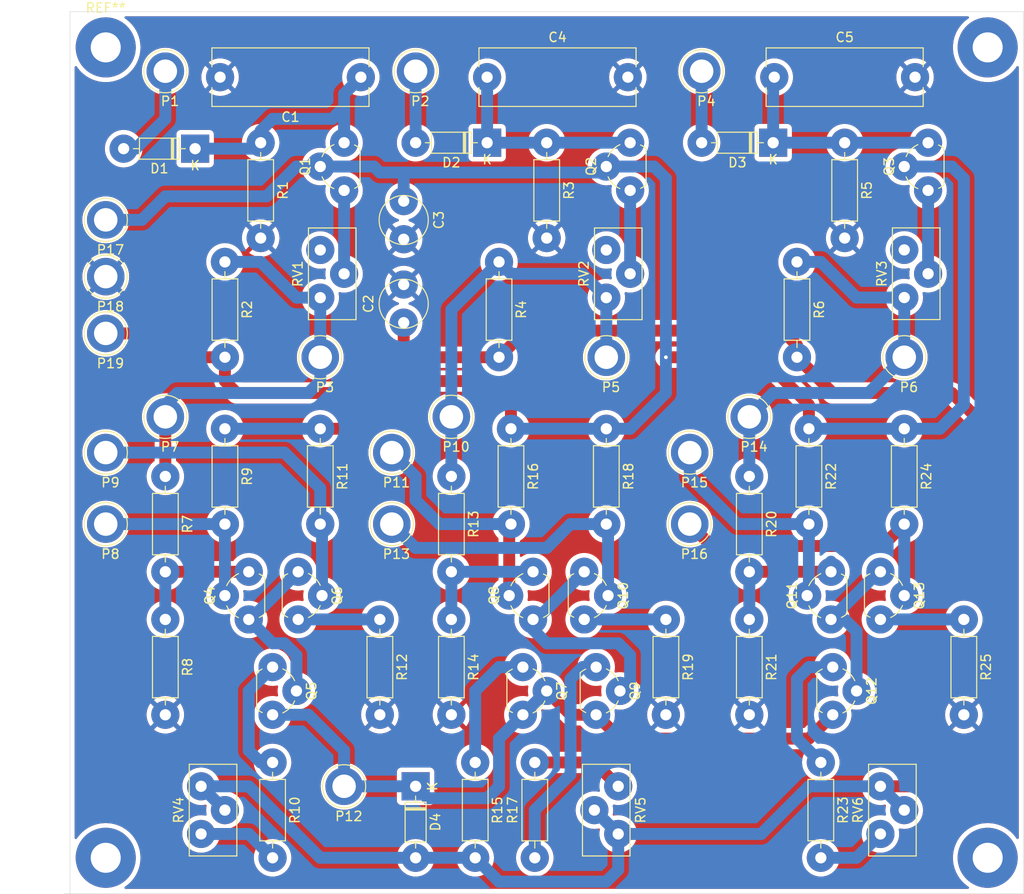
<source format=kicad_pcb>
(kicad_pcb (version 20221018) (generator pcbnew)
  (layers (0 "F.Cu" signal) (31 "B.Cu" signal) (34 "B.Paste" user) (35 "F.Paste" user) (36 "B.SilkS" user "B.Silkscreen") (37 "F.SilkS" user "F.Silkscreen") (38 "B.Mask" user) (39 "F.Mask" user) (44 "Edge.Cuts" user))
  (net 0 "")
  (net 1 "Net-(D1-K)")
  (net 2 "GND")
  (net 3 "/VSS")
  (net 4 "/VCC")
  (net 5 "Net-(D2-K)")
  (net 6 "Net-(D3-K)")
  (net 7 "/P1")
  (net 8 "/P2")
  (net 9 "/P3")
  (net 10 "/Y")
  (net 11 "/X1")
  (net 12 "/X2")
  (net 13 "/X3")
  (net 14 "Net-(P8-P1)")
  (net 15 "Net-(P9-P1)")
  (net 16 "Net-(P11-P1)")
  (net 17 "Net-(P13-P1)")
  (net 18 "Net-(P15-P1)")
  (net 19 "Net-(P16-P1)")
  (net 20 "Net-(Q1-E)")
  (net 21 "Net-(Q2-E)")
  (net 22 "Net-(Q3-E)")
  (net 23 "Net-(Q4-E)")
  (net 24 "Net-(Q4-B)")
  (net 25 "Net-(Q5-E)")
  (net 26 "Net-(Q6-B)")
  (net 27 "Net-(Q7-E)")
  (net 28 "Net-(Q10-E)")
  (net 29 "Net-(Q8-B)")
  (net 30 "Net-(Q9-E)")
  (net 31 "Net-(Q10-B)")
  (net 32 "Net-(Q11-E)")
  (net 33 "Net-(Q11-B)")
  (net 34 "Net-(Q12-E)")
  (net 35 "Net-(Q13-B)")
  (net 36 "Net-(R10-Pad2)")
  (net 37 "Net-(R17-Pad2)")
  (net 38 "Net-(R23-Pad2)")
  (footprint "Diode_THT:D_DO-35_SOD27_P7.62mm_Horizontal" (layer "F.Cu") (at 139.7 58.42 180)
    (fp_text reference "D2" (at 3.81 -2.12) (layer "F.SilkS"))
    (fp_text value "D_Small")
    (fp_text user "K" (at 0 -1.8) (layer "F.SilkS"))
    (pad "1" thru_hole rect (at 0 0 180) (size 3 3) (drill 1.2) (layers "*.Cu" "*.Mask") (net 5 "Net-(D2-K)"))
    (pad "2" thru_hole oval (at 7.62 0 180) (size 3 3) (drill 1.2) (layers "*.Cu" "*.Mask") (net 8 "/P2"))
  )
  (footprint "Potentiometer_THT:Potentiometer_Bourns_3296Y_Vertical" (layer "F.Cu") (at 153.67 132.08 -90)
    (fp_text reference "RV5" (at -2.54 -2.39 90) (layer "F.SilkS"))
    (fp_text value "100")
    (pad "1" thru_hole circle (at 0 0 270) (size 3 3) (drill 1.2) (layers "*.Cu" "*.Mask") (net 3 "/VSS"))
    (pad "2" thru_hole circle (at -2.54 2.54 270) (size 3 3) (drill 1.2) (layers "*.Cu" "*.Mask") (net 3 "/VSS"))
    (pad "3" thru_hole circle (at -5.08 0 270) (size 3 3) (drill 1.2) (layers "*.Cu" "*.Mask") (net 37 "Net-(R17-Pad2)"))
  )
  (footprint "TestPoint:TestPoint_Loop_D3.80mm_Drill2.5mm" (layer "F.Cu") (at 129.54 99.06)
    (fp_text reference "P13" (at 0.5 3.2) (layer "F.SilkS"))
    (fp_text value "J2")
    (pad "1" thru_hole circle (at 0 0) (size 4 4) (drill 2.5) (layers "*.Cu" "*.Mask") (net 17 "Net-(P13-P1)"))
  )
  (footprint "Resistor_THT:R_Axial_DIN0207_L6.3mm_D2.5mm_P10.16mm_Horizontal" (layer "F.Cu") (at 167.64 93.98 -90)
    (fp_text reference "R20" (at 5.08 -2.37 90) (layer "F.SilkS"))
    (fp_text value "5.6K")
    (pad "1" thru_hole circle (at 0 0 270) (size 3 3) (drill 1.2) (layers "*.Cu" "*.Mask") (net 13 "/X3"))
    (pad "2" thru_hole circle (at 10.16 0 270) (size 3 3) (drill 1.2) (layers "*.Cu" "*.Mask") (net 33 "Net-(Q11-B)"))
  )
  (footprint "Package_TO_SOT_THT:TO-92L_Wide" (layer "F.Cu") (at 176.3425 109.22 90)
    (fp_text reference "Q11" (at 2.55 -4.15 90) (layer "F.SilkS"))
    (fp_text value "2SC2240")
    (pad "1" thru_hole circle (at 0 0 90) (size 3 3) (drill 1.2) (layers "*.Cu" "*.Mask") (net 32 "Net-(Q11-E)"))
    (pad "2" thru_hole circle (at 2.54 -2.54 90) (size 3 3) (drill 1.2) (layers "*.Cu" "*.Mask") (net 18 "Net-(P15-P1)"))
    (pad "3" thru_hole circle (at 5.08 0 90) (size 3 3) (drill 1.2) (layers "*.Cu" "*.Mask") (net 33 "Net-(Q11-B)"))
  )
  (footprint "TestPoint:TestPoint_Loop_D3.80mm_Drill2.5mm" (layer "F.Cu") (at 161.29 99.06)
    (fp_text reference "P16" (at 0.5 3.2) (layer "F.SilkS"))
    (fp_text value "J3")
    (pad "1" thru_hole circle (at 0 0) (size 4 4) (drill 2.5) (layers "*.Cu" "*.Mask") (net 19 "Net-(P16-P1)"))
  )
  (footprint "Resistor_THT:R_Axial_DIN0207_L6.3mm_D2.5mm_P10.16mm_Horizontal" (layer "F.Cu") (at 128.27 109.22 -90)
    (fp_text reference "R12" (at 5.08 -2.37 90) (layer "F.SilkS"))
    (fp_text value "510")
    (pad "1" thru_hole circle (at 0 0 270) (size 3 3) (drill 1.2) (layers "*.Cu" "*.Mask") (net 26 "Net-(Q6-B)"))
    (pad "2" thru_hole circle (at 10.16 0 270) (size 3 3) (drill 1.2) (layers "*.Cu" "*.Mask") (net 2 "GND"))
  )
  (footprint "Resistor_THT:R_Axial_DIN0207_L6.3mm_D2.5mm_P10.16mm_Horizontal" (layer "F.Cu") (at 121.92 88.9 -90)
    (fp_text reference "R11" (at 5.08 -2.37 90) (layer "F.SilkS"))
    (fp_text value "1k")
    (pad "1" thru_hole circle (at 0 0 270) (size 3 3) (drill 1.2) (layers "*.Cu" "*.Mask") (net 4 "/VCC"))
    (pad "2" thru_hole circle (at 10.16 0 270) (size 3 3) (drill 1.2) (layers "*.Cu" "*.Mask") (net 15 "Net-(P9-P1)"))
  )
  (footprint "Capacitor_THT:C_Radial_D5.0mm_H11.0mm_P2.00mm" (layer "F.Cu") (at 130.81 65.659 -90)
    (fp_text reference "C3" (at 1 -3.75 90) (layer "F.SilkS"))
    (fp_text value "10uF")
    (pad "1" thru_hole circle (at -1.016 0 270) (size 3 3) (drill 1.2) (layers "*.Cu" "*.Mask") (net 4 "/VCC"))
    (pad "2" thru_hole circle (at 3.048 0 270) (size 3 3) (drill 1.2) (layers "*.Cu" "*.Mask") (net 2 "GND"))
  )
  (footprint "Resistor_THT:R_Axial_DIN0207_L6.3mm_D2.5mm_P10.16mm_Horizontal" (layer "F.Cu") (at 135.89 109.22 -90)
    (fp_text reference "R14" (at 5.08 -2.37 90) (layer "F.SilkS"))
    (fp_text value "560")
    (pad "1" thru_hole circle (at 0 0 270) (size 3 3) (drill 1.2) (layers "*.Cu" "*.Mask") (net 29 "Net-(Q8-B)"))
    (pad "2" thru_hole circle (at 10.16 0 270) (size 3 3) (drill 1.2) (layers "*.Cu" "*.Mask") (net 2 "GND"))
  )
  (footprint "Resistor_THT:R_Axial_DIN0207_L6.3mm_D2.5mm_P10.16mm_Horizontal" (layer "F.Cu") (at 105.41 93.98 -90)
    (fp_text reference "R7" (at 5.08 -2.37 90) (layer "F.SilkS"))
    (fp_text value "5.6K")
    (pad "1" thru_hole circle (at 0 0 270) (size 3 3) (drill 1.2) (layers "*.Cu" "*.Mask") (net 11 "/X1"))
    (pad "2" thru_hole circle (at 10.16 0 270) (size 3 3) (drill 1.2) (layers "*.Cu" "*.Mask") (net 24 "Net-(Q4-B)"))
  )
  (footprint "TestPoint:TestPoint_Loop_D3.80mm_Drill2.5mm" (layer "F.Cu") (at 105.41 50.8)
    (fp_text reference "P1" (at 0.5 3.2) (layer "F.SilkS"))
    (fp_text value "P1")
    (pad "1" thru_hole circle (at 0 0) (size 4 4) (drill 2.5) (layers "*.Cu" "*.Mask") (net 7 "/P1"))
  )
  (footprint "TestPoint:TestPoint_Loop_D3.80mm_Drill2.5mm" (layer "F.Cu") (at 121.92 81.28)
    (fp_text reference "P3" (at 0.5 3.2) (layer "F.SilkS"))
    (fp_text value "X1")
    (pad "1" thru_hole circle (at 0 0) (size 4 4) (drill 2.5) (layers "*.Cu" "*.Mask") (net 11 "/X1"))
  )
  (footprint "TestPoint:TestPoint_Loop_D3.80mm_Drill2.5mm" (layer "F.Cu") (at 99.06 78.74)
    (fp_text reference "P19" (at 0.5 3.2) (layer "F.SilkS"))
    (fp_text value "P1")
    (pad "1" thru_hole circle (at 0 0) (size 4 4) (drill 2.5) (layers "*.Cu" "*.Mask") (net 3 "/VSS"))
  )
  (footprint "Package_TO_SOT_THT:TO-92L_Wide" (layer "F.Cu") (at 119.5675 104.14 -90)
    (fp_text reference "Q6" (at 2.55 -4.15 90) (layer "F.SilkS"))
    (fp_text value "2SC2240")
    (pad "1" thru_hole circle (at 0 0 270) (size 3 3) (drill 1.2) (layers "*.Cu" "*.Mask") (net 23 "Net-(Q4-E)"))
    (pad "2" thru_hole circle (at 2.54 -2.54 270) (size 3 3) (drill 1.2) (layers "*.Cu" "*.Mask") (net 15 "Net-(P9-P1)"))
    (pad "3" thru_hole circle (at 5.08 0 270) (size 3 3) (drill 1.2) (layers "*.Cu" "*.Mask") (net 26 "Net-(Q6-B)"))
  )
  (footprint "TestPoint:TestPoint_Loop_D3.80mm_Drill2.5mm" (layer "F.Cu") (at 152.4 81.28)
    (fp_text reference "P5" (at 0.5 3.2) (layer "F.SilkS"))
    (fp_text value "X2")
    (pad "1" thru_hole circle (at 0 0) (size 4 4) (drill 2.5) (layers "*.Cu" "*.Mask") (net 12 "/X2"))
  )
  (footprint "Resistor_THT:R_Axial_DIN0207_L6.3mm_D2.5mm_P10.16mm_Horizontal" (layer "F.Cu") (at 175.26 124.46 -90)
    (fp_text reference "R23" (at 5.08 -2.37 90) (layer "F.SilkS"))
    (fp_text value "100")
    (pad "1" thru_hole circle (at 0 0 270) (size 3 3) (drill 1.2) (layers "*.Cu" "*.Mask") (net 34 "Net-(Q12-E)"))
    (pad "2" thru_hole circle (at 10.16 0 270) (size 3 3) (drill 1.2) (layers "*.Cu" "*.Mask") (net 38 "Net-(R23-Pad2)"))
  )
  (footprint "Resistor_THT:R_Axial_DIN0207_L6.3mm_D2.5mm_P10.16mm_Horizontal" (layer "F.Cu") (at 144.78 134.62 90)
    (fp_text reference "R17" (at 5.08 -2.37 90) (layer "F.SilkS"))
    (fp_text value "100")
    (pad "1" thru_hole circle (at 0 0 90) (size 3 3) (drill 1.2) (layers "*.Cu" "*.Mask") (net 30 "Net-(Q9-E)"))
    (pad "2" thru_hole circle (at 10.16 0 90) (size 3 3) (drill 1.2) (layers "*.Cu" "*.Mask") (net 37 "Net-(R17-Pad2)"))
  )
  (footprint "" (layer "F.Cu") (at 193.04 48.26)
    (fp_text reference "" (at 0 0) (layer "F.SilkS") (effects (font (size 1.27 1.27))))
    (fp_text value "" (at 0 0) (layer "F.SilkS") (effects (font (size 1.27 1.27))))
    (pad "1" thru_hole circle (at 0 0) (size 6.4 6.4) (drill 3.2) (layers "*.Cu" "*.Mask"))
  )
  (footprint "TestPoint:TestPoint_Loop_D3.80mm_Drill2.5mm" (layer "F.Cu") (at 132.08 50.8)
    (fp_text reference "P2" (at 0.5 3.2) (layer "F.SilkS"))
    (fp_text value "P2")
    (pad "1" thru_hole circle (at 0 0) (size 4 4) (drill 2.5) (layers "*.Cu" "*.Mask") (net 8 "/P2"))
  )
  (footprint "Capacitor_THT:C_Rect_L16.5mm_W6.0mm_P15.00mm_MKT" (layer "F.Cu") (at 139.7 51.435)
    (fp_text reference "C4" (at 7.5 -4.25) (layer "F.SilkS"))
    (fp_text value "5100pF")
    (pad "1" thru_hole circle (at 0 0) (size 3 3) (drill 1.2) (layers "*.Cu" "*.Mask") (net 5 "Net-(D2-K)"))
    (pad "2" thru_hole circle (at 15 0) (size 3 3) (drill 1.2) (layers "*.Cu" "*.Mask") (net 2 "GND"))
  )
  (footprint "Resistor_THT:R_Axial_DIN0207_L6.3mm_D2.5mm_P10.16mm_Horizontal" (layer "F.Cu") (at 135.89 93.98 -90)
    (fp_text reference "R13" (at 5.08 -2.37 90) (layer "F.SilkS"))
    (fp_text value "5.6K")
    (pad "1" thru_hole circle (at 0 0 270) (size 3 3) (drill 1.2) (layers "*.Cu" "*.Mask") (net 12 "/X2"))
    (pad "2" thru_hole circle (at 10.16 0 270) (size 3 3) (drill 1.2) (layers "*.Cu" "*.Mask") (net 29 "Net-(Q8-B)"))
  )
  (footprint "Package_TO_SOT_THT:TO-92L_Wide" (layer "F.Cu") (at 181.61 104.14 -90)
    (fp_text reference "Q13" (at 2.55 -4.15 90) (layer "F.SilkS"))
    (fp_text value "2SC2240")
    (pad "1" thru_hole circle (at 0 0 270) (size 3 3) (drill 1.2) (layers "*.Cu" "*.Mask") (net 32 "Net-(Q11-E)"))
    (pad "2" thru_hole circle (at 2.54 -2.54 270) (size 3 3) (drill 1.2) (layers "*.Cu" "*.Mask") (net 19 "Net-(P16-P1)"))
    (pad "3" thru_hole circle (at 5.08 0 270) (size 3 3) (drill 1.2) (layers "*.Cu" "*.Mask") (net 35 "Net-(Q13-B)"))
  )
  (footprint "Package_TO_SOT_THT:TO-92L_Wide" (layer "F.Cu") (at 186.69 63.5 90)
    (fp_text reference "Q3" (at 2.55 -4.15 90) (layer "F.SilkS"))
    (fp_text value "2SC2240")
    (pad "1" thru_hole circle (at 0 0 90) (size 3 3) (drill 1.2) (layers "*.Cu" "*.Mask") (net 22 "Net-(Q3-E)"))
    (pad "2" thru_hole circle (at 2.54 -2.54 90) (size 3 3) (drill 1.2) (layers "*.Cu" "*.Mask") (net 4 "/VCC"))
    (pad "3" thru_hole circle (at 5.08 0 90) (size 3 3) (drill 1.2) (layers "*.Cu" "*.Mask") (net 6 "Net-(D3-K)"))
  )
  (footprint "Package_TO_SOT_THT:TO-92L_Wide" (layer "F.Cu") (at 144.5925 109.22 90)
    (fp_text reference "Q8" (at 2.55 -4.15 90) (layer "F.SilkS"))
    (fp_text value "2SC2240")
    (pad "1" thru_hole circle (at 0 0 90) (size 3 3) (drill 1.2) (layers "*.Cu" "*.Mask") (net 28 "Net-(Q10-E)"))
    (pad "2" thru_hole circle (at 2.54 -2.54 90) (size 3 3) (drill 1.2) (layers "*.Cu" "*.Mask") (net 16 "Net-(P11-P1)"))
    (pad "3" thru_hole circle (at 5.08 0 90) (size 3 3) (drill 1.2) (layers "*.Cu" "*.Mask") (net 29 "Net-(Q8-B)"))
  )
  (footprint "Resistor_THT:R_Axial_DIN0207_L6.3mm_D2.5mm_P10.16mm_Horizontal" (layer "F.Cu") (at 184.15 88.9 -90)
    (fp_text reference "R24" (at 5.08 -2.37 90) (layer "F.SilkS"))
    (fp_text value "1k")
    (pad "1" thru_hole circle (at 0 0 270) (size 3 3) (drill 1.2) (layers "*.Cu" "*.Mask") (net 4 "/VCC"))
    (pad "2" thru_hole circle (at 10.16 0 270) (size 3 3) (drill 1.2) (layers "*.Cu" "*.Mask") (net 19 "Net-(P16-P1)"))
  )
  (footprint "TestPoint:TestPoint_Loop_D3.80mm_Drill2.5mm" (layer "F.Cu") (at 161.29 91.44)
    (fp_text reference "P15" (at 0.5 3.2) (layer "F.SilkS"))
    (fp_text value "I3")
    (pad "1" thru_hole circle (at 0 0) (size 4 4) (drill 2.5) (layers "*.Cu" "*.Mask") (net 18 "Net-(P15-P1)"))
  )
  (footprint "Capacitor_THT:C_Radial_D5.0mm_H11.0mm_P2.00mm" (layer "F.Cu") (at 130.81 76.581 90)
    (fp_text reference "C2" (at 1 -3.75 90) (layer "F.SilkS"))
    (fp_text value "10uF")
    (pad "1" thru_hole circle (at -1.016 0 90) (size 3 3) (drill 1.2) (layers "*.Cu" "*.Mask") (net 3 "/VSS"))
    (pad "2" thru_hole circle (at 3.048 0 90) (size 3 3) (drill 1.2) (layers "*.Cu" "*.Mask") (net 2 "GND"))
  )
  (footprint "Resistor_THT:R_Axial_DIN0207_L6.3mm_D2.5mm_P10.16mm_Horizontal" (layer "F.Cu") (at 111.76 88.9 -90)
    (fp_text reference "R9" (at 5.08 -2.37 90) (layer "F.SilkS"))
    (fp_text value "1k")
    (pad "1" thru_hole circle (at 0 0 270) (size 3 3) (drill 1.2) (layers "*.Cu" "*.Mask") (net 4 "/VCC"))
    (pad "2" thru_hole circle (at 10.16 0 270) (size 3 3) (drill 1.2) (layers "*.Cu" "*.Mask") (net 14 "Net-(P8-P1)"))
  )
  (footprint "TestPoint:TestPoint_Loop_D3.80mm_Drill2.5mm" (layer "F.Cu") (at 99.06 72.69)
    (fp_text reference "P18" (at 0.5 3.2) (layer "F.SilkS"))
    (fp_text value "P1")
    (pad "1" thru_hole circle (at 0 0) (size 4 4) (drill 2.5) (layers "*.Cu" "*.Mask") (net 2 "GND"))
  )
  (footprint "TestPoint:TestPoint_Loop_D3.80mm_Drill2.5mm" (layer "F.Cu") (at 167.64 87.63)
    (fp_text reference "P14" (at 0.5 3.2) (layer "F.SilkS"))
    (fp_text value "X3")
    (pad "1" thru_hole circle (at 0 0) (size 4 4) (drill 2.5) (layers "*.Cu" "*.Mask") (net 13 "/X3"))
  )
  (footprint "Resistor_THT:R_Axial_DIN0207_L6.3mm_D2.5mm_P10.16mm_Horizontal" (layer "F.Cu") (at 140.97 71.12 -90)
    (fp_text reference "R4" (at 5.08 -2.37 90) (layer "F.SilkS"))
    (fp_text value "9.1k")
    (pad "1" thru_hole circle (at 0 0 270) (size 3 3) (drill 1.2) (layers "*.Cu" "*.Mask") (net 12 "/X2"))
    (pad "2" thru_hole circle (at 10.16 0 270) (size 3 3) (drill 1.2) (layers "*.Cu" "*.Mask") (net 3 "/VSS"))
  )
  (footprint "TestPoint:TestPoint_Loop_D3.80mm_Drill2.5mm" (layer "F.Cu") (at 135.89 87.63)
    (fp_text reference "P10" (at 0.5 3.2) (layer "F.SilkS"))
    (fp_text value "X2")
    (pad "1" thru_hole circle (at 0 0) (size 4 4) (drill 2.5) (layers "*.Cu" "*.Mask") (net 12 "/X2"))
  )
  (footprint "TestPoint:TestPoint_Loop_D3.80mm_Drill2.5mm" (layer "F.Cu") (at 162.56 50.8)
    (fp_text reference "P4" (at 0.5 3.2) (layer "F.SilkS"))
    (fp_text value "P3")
    (pad "1" thru_hole circle (at 0 0) (size 4 4) (drill 2.5) (layers "*.Cu" "*.Mask") (net 9 "/P3"))
  )
  (footprint "TestPoint:TestPoint_Loop_D3.80mm_Drill2.5mm" (layer "F.Cu") (at 184.15 81.28)
    (fp_text reference "P6" (at 0.5 3.2) (layer "F.SilkS"))
    (fp_text value "X3")
    (pad "1" thru_hole circle (at 0 0) (size 4 4) (drill 2.5) (layers "*.Cu" "*.Mask") (net 13 "/X3"))
  )
  (footprint "Resistor_THT:R_Axial_DIN0207_L6.3mm_D2.5mm_P10.16mm_Horizontal" (layer "F.Cu") (at 115.57 58.42 -90)
    (fp_text reference "R1" (at 5.08 -2.37 90) (layer "F.SilkS"))
    (fp_text value "820k")
    (pad "1" thru_hole circle (at 0 0 270) (size 3 3) (drill 1.2) (layers "*.Cu" "*.Mask") (net 1 "Net-(D1-K)"))
    (pad "2" thru_hole circle (at 10.16 0 270) (size 3 3) (drill 1.2) (layers "*.Cu" "*.Mask") (net 2 "GND"))
  )
  (footprint "Resistor_THT:R_Axial_DIN0207_L6.3mm_D2.5mm_P10.16mm_Horizontal" (layer "F.Cu") (at 190.5 109.22 -90)
    (fp_text reference "R25" (at 5.08 -2.37 90) (layer "F.SilkS"))
    (fp_text value "510")
    (pad "1" thru_hole circle (at 0 0 270) (size 3 3) (drill 1.2) (layers "*.Cu" "*.Mask") (net 35 "Net-(Q13-B)"))
    (pad "2" thru_hole circle (at 10.16 0 270) (size 3 3) (drill 1.2) (layers "*.Cu" "*.Mask") (net 2 "GND"))
  )
  (footprint "Potentiometer_THT:Potentiometer_Bourns_3296Y_Vertical" (layer "F.Cu") (at 152.4 69.85 90)
    (fp_text reference "RV2" (at -2.54 -2.39 90) (layer "F.SilkS"))
    (fp_text value "1k")
    (pad "1" thru_hole circle (at 0 0 90) (size 3 3) (drill 1.2) (layers "*.Cu" "*.Mask"))
    (pad "2" thru_hole circle (at -2.54 2.54 90) (size 3 3) (drill 1.2) (layers "*.Cu" "*.Mask") (net 21 "Net-(Q2-E)"))
    (pad "3" thru_hole circle (at -5.08 0 90) (size 3 3) (drill 1.2) (layers "*.Cu" "*.Mask") (net 12 "/X2"))
  )
  (footprint "Potentiometer_THT:Potentiometer_Bourns_3296Y_Vertical" (layer "F.Cu") (at 184.15 69.84 90)
    (fp_text reference "RV3" (at -2.54 -2.39 90) (layer "F.SilkS"))
    (fp_text value "1k")
    (pad "1" thru_hole circle (at 0 0 90) (size 3 3) (drill 1.2) (layers "*.Cu" "*.Mask"))
    (pad "2" thru_hole circle (at -2.54 2.54 90) (size 3 3) (drill 1.2) (layers "*.Cu" "*.Mask") (net 22 "Net-(Q3-E)"))
    (pad "3" thru_hole circle (at -5.08 0 90) (size 3 3) (drill 1.2) (layers "*.Cu" "*.Mask") (net 13 "/X3"))
  )
  (footprint "Potentiometer_THT:Potentiometer_Bourns_3296Y_Vertical" (layer "F.Cu") (at 121.92 69.85 90)
    (fp_text reference "RV1" (at -2.54 -2.39 90) (layer "F.SilkS"))
    (fp_text value "1k")
    (pad "1" thru_hole circle (at 0 0 90) (size 3 3) (drill 1.2) (layers "*.Cu" "*.Mask"))
    (pad "2" thru_hole circle (at -2.54 2.54 90) (size 3 3) (drill 1.2) (layers "*.Cu" "*.Mask") (net 20 "Net-(Q1-E)"))
    (pad "3" thru_hole circle (at -5.08 0 90) (size 3 3) (drill 1.2) (layers "*.Cu" "*.Mask") (net 11 "/X1"))
  )
  (footprint "TestPoint:TestPoint_Loop_D3.80mm_Drill2.5mm" (layer "F.Cu") (at 99.06 91.44)
    (fp_text reference "P9" (at 0.5 3.2) (layer "F.SilkS"))
    (fp_text value "J1")
    (pad "1" thru_hole circle (at 0 0) (size 4 4) (drill 2.5) (layers "*.Cu" "*.Mask") (net 15 "Net-(P9-P1)"))
  )
  (footprint "Resistor_THT:R_Axial_DIN0207_L6.3mm_D2.5mm_P10.16mm_Horizontal" (layer "F.Cu") (at 173.99 88.9 -90)
    (fp_text reference "R22" (at 5.08 -2.37 90) (layer "F.SilkS"))
    (fp_text value "1k")
    (pad "1" thru_hole circle (at 0 0 270) (size 3 3) (drill 1.2) (layers "*.Cu" "*.Mask") (net 4 "/VCC"))
    (pad "2" thru_hole circle (at 10.16 0 270) (size 3 3) (drill 1.2) (layers "*.Cu" "*.Mask") (net 18 "Net-(P15-P1)"))
  )
  (footprint "Resistor_THT:R_Axial_DIN0207_L6.3mm_D2.5mm_P10.16mm_Horizontal" (layer "F.Cu") (at 152.4 88.9 -90)
    (fp_text reference "R18" (at 5.08 -2.37 90) (layer "F.SilkS"))
    (fp_text value "1k")
    (pad "1" thru_hole circle (at 0 0 270) (size 3 3) (drill 1.2) (layers "*.Cu" "*.Mask") (net 4 "/VCC"))
    (pad "2" thru_hole circle (at 10.16 0 270) (size 3 3) (drill 1.2) (layers "*.Cu" "*.Mask") (net 17 "Net-(P13-P1)"))
  )
  (footprint "Resistor_THT:R_Axial_DIN0207_L6.3mm_D2.5mm_P10.16mm_Horizontal" (layer "F.Cu") (at 158.75 109.22 -90)
    (fp_text reference "R19" (at 5.08 -2.37 90) (layer "F.SilkS"))
    (fp_text value "510")
    (pad "1" thru_hole circle (at 0 0 270) (size 3 3) (drill 1.2) (layers "*.Cu" "*.Mask") (net 31 "Net-(Q10-B)"))
    (pad "2" thru_hole circle (at 10.16 0 270) (size 3 3) (drill 1.2) (layers "*.Cu" "*.Mask") (net 2 "GND"))
  )
  (footprint "TestPoint:TestPoint_Loop_D3.80mm_Drill2.5mm" (layer "F.Cu") (at 105.41 87.63)
    (fp_text reference "P7" (at 0.5 3.2) (layer "F.SilkS"))
    (fp_text value "X1")
    (pad "1" thru_hole circle (at 0 0) (size 4 4) (drill 2.5) (layers "*.Cu" "*.Mask") (net 11 "/X1"))
  )
  (footprint "TestPoint:TestPoint_Loop_D3.80mm_Drill2.5mm" (layer "F.Cu") (at 99.06 66.64)
    (fp_text reference "P17" (at 0.5 3.2) (layer "F.SilkS"))
    (fp_text value "P1")
    (pad "1" thru_hole circle (at 0 0) (size 4 4) (drill 2.5) (layers "*.Cu" "*.Mask") (net 4 "/VCC"))
  )
  (footprint "Resistor_THT:R_Axial_DIN0207_L6.3mm_D2.5mm_P10.16mm_Horizontal" (layer "F.Cu") (at 111.76 71.12 -90)
    (fp_text reference "R2" (at 5.08 -2.37 90) (layer "F.SilkS"))
    (fp_text value "9.1k")
    (pad "1" thru_hole circle (at 0 0 270) (size 3 3) (drill 1.2) (layers "*.Cu" "*.Mask") (net 11 "/X1"))
    (pad "2" thru_hole circle (at 10.16 0 270) (size 3 3) (drill 1.2) (layers "*.Cu" "*.Mask") (net 3 "/VSS"))
  )
  (footprint "" (layer "F.Cu") (at 99.06 134.62)
    (fp_text reference "" (at 0 0) (layer "F.SilkS") (effects (font (size 1.27 1.27))))
    (fp_text value "" (at 0 0) (layer "F.SilkS") (effects (font (size 1.27 1.27))))
    (pad "1" thru_hole circle (at 0 0) (size 6.4 6.4) (drill 3.2) (layers "*.Cu" "*.Mask"))
  )
  (footprint "Package_TO_SOT_THT:TO-92L_Wide" (layer "F.Cu") (at 124.46 63.5 90)
    (fp_text reference "Q1" (at 2.55 -4.15 90) (layer "F.SilkS"))
    (fp_text value "2SC2240")
    (pad "1" thru_hole circle (at 0 0 90) (size 3 3) (drill 1.2) (layers "*.Cu" "*.Mask") (net 20 "Net-(Q1-E)"))
    (pad "2" thru_hole circle (at 2.54 -2.54 90) (size 3 3) (drill 1.2) (layers "*.Cu" "*.Mask") (net 4 "/VCC"))
    (pad "3" thru_hole circle (at 5.08 0 90) (size 3 3) (drill 1.2) (layers "*.Cu" "*.Mask") (net 1 "Net-(D1-K)"))
  )
  (footprint "Diode_THT:D_DO-35_SOD27_P7.62mm_Horizontal" (layer "F.Cu") (at 108.585 59.055 180)
    (fp_text reference "D1" (at 3.81 -2.12) (layer "F.SilkS"))
    (fp_text value "D_Small")
    (fp_text user "K" (at 0 -1.8) (layer "F.SilkS"))
    (pad "1" thru_hole rect (at 0 0 180) (size 3 3) (drill 1.2) (layers "*.Cu" "*.Mask") (net 1 "Net-(D1-K)"))
    (pad "2" thru_hole oval (at 7.62 0 180) (size 3 3) (drill 1.2) (layers "*.Cu" "*.Mask") (net 7 "/P1"))
  )
  (footprint "" (layer "F.Cu") (at 193.04 134.62)
    (fp_text reference "" (at 0 0) (layer "F.SilkS") (effects (font (size 1.27 1.27))))
    (fp_text value "" (at 0 0) (layer "F.SilkS") (effects (font (size 1.27 1.27))))
    (pad "1" thru_hole circle (at 0 0) (size 6.4 6.4) (drill 3.2) (layers "*.Cu" "*.Mask"))
  )
  (footprint "Potentiometer_THT:Potentiometer_Bourns_3296Y_Vertical" (layer "F.Cu") (at 109.22 127 90)
    (fp_text reference "RV4" (at -2.54 -2.39 90) (layer "F.SilkS"))
    (fp_text value "100")
    (pad "1" thru_hole circle (at 0 0 90) (size 3 3) (drill 1.2) (layers "*.Cu" "*.Mask") (net 3 "/VSS"))
    (pad "2" thru_hole circle (at -2.54 2.54 90) (size 3 3) (drill 1.2) (layers "*.Cu" "*.Mask") (net 3 "/VSS"))
    (pad "3" thru_hole circle (at -5.08 0 90) (size 3 3) (drill 1.2) (layers "*.Cu" "*.Mask") (net 36 "Net-(R10-Pad2)"))
  )
  (footprint "Resistor_THT:R_Axial_DIN0207_L6.3mm_D2.5mm_P10.16mm_Horizontal" (layer "F.Cu") (at 146.05 58.42 -90)
    (fp_text reference "R3" (at 5.08 -2.37 90) (layer "F.SilkS"))
    (fp_text value "820k")
    (pad "1" thru_hole circle (at 0 0 270) (size 3 3) (drill 1.2) (layers "*.Cu" "*.Mask") (net 5 "Net-(D2-K)"))
    (pad "2" thru_hole circle (at 10.16 0 270) (size 3 3) (drill 1.2) (layers "*.Cu" "*.Mask") (net 2 "GND"))
  )
  (footprint "Package_TO_SOT_THT:TO-92L_Wide" (layer "F.Cu") (at 154.94 63.5 90)
    (fp_text reference "Q2" (at 2.55 -4.15 90) (layer "F.SilkS"))
    (fp_text value "2SC2240")
    (pad "1" thru_hole circle (at 0 0 90) (size 3 3) (drill 1.2) (layers "*.Cu" "*.Mask") (net 21 "Net-(Q2-E)"))
    (pad "2" thru_hole circle (at 2.54 -2.54 90) (size 3 3) (drill 1.2) (layers "*.Cu" "*.Mask") (net 4 "/VCC"))
    (pad "3" thru_hole circle (at 5.08 0 90) (size 3 3) (drill 1.2) (layers "*.Cu" "*.Mask") (net 5 "Net-(D2-K)"))
  )
  (footprint "Package_TO_SOT_THT:TO-92L_Wide" (layer "F.Cu") (at 151.3175 114.3 -90)
    (fp_text reference "Q9" (at 2.55 -4.15 90) (layer "F.SilkS"))
    (fp_text value "2SC2240")
    (pad "1" thru_hole circle (at 0 0 270) (size 3 3) (drill 1.2) (layers "*.Cu" "*.Mask") (net 30 "Net-(Q9-E)"))
    (pad "2" thru_hole circle (at 2.54 -2.54 270) (size 3 3) (drill 1.2) (layers "*.Cu" "*.Mask") (net 28 "Net-(Q10-E)"))
    (pad "3" thru_hole circle (at 5.08 0 270) (size 3 3) (drill 1.2) (layers "*.Cu" "*.Mask") (net 10 "/Y"))
  )
  (footprint "Package_TO_SOT_THT:TO-92L_Wide" (layer "F.Cu") (at 116.84 114.3 -90)
    (fp_text reference "Q5" (at 2.55 -4.15 90) (layer "F.SilkS"))
    (fp_text value "2SC2240")
    (pad "1" thru_hole circle (at 0 0 270) (size 3 3) (drill 1.2) (layers "*.Cu" "*.Mask") (net 25 "Net-(Q5-E)"))
    (pad "2" thru_hole circle (at 2.54 -2.54 270) (size 3 3) (drill 1.2) (layers "*.Cu" "*.Mask") (net 23 "Net-(Q4-E)"))
    (pad "3" thru_hole circle (at 5.08 0 270) (size 3 3) (drill 1.2) (layers "*.Cu" "*.Mask") (net 10 "/Y"))
  )
  (footprint "Capacitor_THT:C_Rect_L16.5mm_W6.0mm_P15.00mm_MKT" (layer "F.Cu") (at 170.3 51.435)
    (fp_text reference "C5" (at 7.5 -4.25) (layer "F.SilkS"))
    (fp_text value "5100pF")
    (pad "1" thru_hole circle (at 0 0) (size 3 3) (drill 1.2) (layers "*.Cu" "*.Mask") (net 6 "Net-(D3-K)"))
    (pad "2" thru_hole circle (at 15 0) (size 3 3) (drill 1.2) (layers "*.Cu" "*.Mask") (net 2 "GND"))
  )
  (footprint "Resistor_THT:R_Axial_DIN0207_L6.3mm_D2.5mm_P10.16mm_Horizontal" (layer "F.Cu") (at 142.24 88.9 -90)
    (fp_text reference "R16" (at 5.08 -2.37 90) (layer "F.SilkS"))
    (fp_text value "1k")
    (pad "1" thru_hole circle (at 0 0 270) (size 3 3) (drill 1.2) (layers "*.Cu" "*.Mask") (net 4 "/VCC"))
    (pad "2" thru_hole circle (at 10.16 0 270) (size 3 3) (drill 1.2) (layers "*.Cu" "*.Mask") (net 16 "Net-(P11-P1)"))
  )
  (footprint "Diode_THT:D_DO-35_SOD27_P7.62mm_Horizontal" (layer "F.Cu") (at 170.18 58.42 180)
    (fp_text reference "D3" (at 3.81 -2.12) (layer "F.SilkS"))
    (fp_text value "D_Small")
    (fp_text user "K" (at 0 -1.8) (layer "F.SilkS"))
    (pad "1" thru_hole rect (at 0 0 180) (size 3 3) (drill 1.2) (layers "*.Cu" "*.Mask") (net 6 "Net-(D3-K)"))
    (pad "2" thru_hole oval (at 7.62 0 180) (size 3 3) (drill 1.2) (layers "*.Cu" "*.Mask") (net 9 "/P3"))
  )
  (footprint "Resistor_THT:R_Axial_DIN0207_L6.3mm_D2.5mm_P10.16mm_Horizontal" (layer "F.Cu") (at 116.84 124.46 -90)
    (fp_text reference "R10" (at 5.08 -2.37 90) (layer "F.SilkS"))
    (fp_text value "100")
    (pad "1" thru_hole circle (at 0 0 270) (size 3 3) (drill 1.2) (layers "*.Cu" "*.Mask") (net 25 "Net-(Q5-E)"))
    (pad "2" thru_hole circle (at 10.16 0 270) (size 3 3) (drill 1.2) (layers "*.Cu" "*.Mask") (net 36 "Net-(R10-Pad2)"))
  )
  (footprint "TestPoint:TestPoint_Loop_D3.80mm_Drill2.5mm" (layer "F.Cu") (at 99.06 99.06)
    (fp_text reference "P8" (at 0.5 3.2) (layer "F.SilkS"))
    (fp_text value "I1")
    (pad "1" thru_hole circle (at 0 0) (size 4 4) (drill 2.5) (layers "*.Cu" "*.Mask") (net 14 "Net-(P8-P1)"))
  )
  (footprint "Resistor_THT:R_Axial_DIN0207_L6.3mm_D2.5mm_P10.16mm_Horizontal" (layer "F.Cu") (at 177.8 58.42 -90)
    (fp_text reference "R5" (at 5.08 -2.37 90) (layer "F.SilkS"))
    (fp_text value "820k")
    (pad "1" thru_hole circle (at 0 0 270) (size 3 3) (drill 1.2) (layers "*.Cu" "*.Mask") (net 6 "Net-(D3-K)"))
    (pad "2" thru_hole circle (at 10.16 0 270) (size 3 3) (drill 1.2) (layers "*.Cu" "*.Mask") (net 2 "GND"))
  )
  (footprint "Package_TO_SOT_THT:TO-92L_Wide" (layer "F.Cu") (at 114.3 109.22 90)
    (fp_text reference "Q4" (at 2.55 -4.15 90) (layer "F.SilkS"))
    (fp_text value "2SC2240")
    (pad "1" thru_hole circle (at 0 0 90) (size 3 3) (drill 1.2) (layers "*.Cu" "*.Mask") (net 23 "Net-(Q4-E)"))
    (pad "2" thru_hole circle (at 2.54 -2.54 90) (size 3 3) (drill 1.2) (layers "*.Cu" "*.Mask") (net 14 "Net-(P8-P1)"))
    (pad "3" thru_hole circle (at 5.08 0 90) (size 3 3) (drill 1.2) (layers "*.Cu" "*.Mask") (net 24 "Net-(Q4-B)"))
  )
  (footprint "Resistor_THT:R_Axial_DIN0207_L6.3mm_D2.5mm_P10.16mm_Horizontal" (layer "F.Cu") (at 105.41 109.22 -90)
    (fp_text reference "R8" (at 5.08 -2.37 90) (layer "F.SilkS"))
    (fp_text value "560")
    (pad "1" thru_hole circle (at 0 0 270) (size 3 3) (drill 1.2) (layers "*.Cu" "*.Mask") (net 24 "Net-(Q4-B)"))
    (pad "2" thru_hole circle (at 10.16 0 270) (size 3 3) (drill 1.2) (layers "*.Cu" "*.Mask") (net 2 "GND"))
  )
  (footprint "Resistor_THT:R_Axial_DIN0207_L6.3mm_D2.5mm_P10.16mm_Horizontal" (layer "F.Cu") (at 167.64 109.22 -90)
    (fp_text reference "R21" (at 5.08 -2.37 90) (layer "F.SilkS"))
    (fp_text value "560")
    (pad "1" thru_hole circle (at 0 0 270) (size 3 3) (drill 1.2) (layers "*.Cu" "*.Mask") (net 33 "Net-(Q11-B)"))
    (pad "2" thru_hole circle (at 10.16 0 270) (size 3 3) (drill 1.2) (layers "*.Cu" "*.Mask") (net 2 "GND"))
  )
  (footprint "Resistor_THT:R_Axial_DIN0207_L6.3mm_D2.5mm_P10.16mm_Horizontal" (layer "F.Cu") (at 138.43 124.46 -90)
    (fp_text reference "R15" (at 5.08 -2.37 90) (layer "F.SilkS"))
    (fp_text value "100")
    (pad "1" thru_hole circle (at 0 0 270) (size 3 3) (drill 1.2) (layers "*.Cu" "*.Mask") (net 27 "Net-(Q7-E)"))
    (pad "2" thru_hole circle (at 10.16 0 270) (size 3 3) (drill 1.2) (layers "*.Cu" "*.Mask") (net 3 "/VSS"))
  )
  (footprint "Potentiometer_THT:Potentiometer_Bourns_3296Y_Vertical" (layer "F.Cu") (at 181.61 127 90)
    (fp_text reference "RV6" (at -2.54 -2.39 90) (layer "F.SilkS"))
    (fp_text value "100")
    (pad "1" thru_hole circle (at 0 0 90) (size 3 3) (drill 1.2) (layers "*.Cu" "*.Mask") (net 3 "/VSS"))
    (pad "2" thru_hole circle (at -2.54 2.54 90) (size 3 3) (drill 1.2) (layers "*.Cu" "*.Mask") (net 3 "/VSS"))
    (pad "3" thru_hole circle (at -5.08 0 90) (size 3 3) (drill 1.2) (layers "*.Cu" "*.Mask") (net 38 "Net-(R23-Pad2)"))
  )
  (footprint "Diode_THT:D_DO-35_SOD27_P7.62mm_Horizontal" (layer "F.Cu") (at 132.08 127 -90)
    (fp_text reference "D4" (at 3.81 -2.12 90) (layer "F.SilkS"))
    (fp_text value "1S1588")
    (fp_text user "K" (at 0 -1.8 90) (layer "F.SilkS"))
    (pad "1" thru_hole rect (at 0 0 270) (size 3 3) (drill 1.2) (layers "*.Cu" "*.Mask") (net 10 "/Y"))
    (pad "2" thru_hole oval (at 7.62 0 270) (size 3 3) (drill 1.2) (layers "*.Cu" "*.Mask") (net 3 "/VSS"))
  )
  (footprint "Resistor_THT:R_Axial_DIN0207_L6.3mm_D2.5mm_P10.16mm_Horizontal" (layer "F.Cu") (at 172.72 71.12 -90)
    (fp_text reference "R6" (at 5.08 -2.37 90) (layer "F.SilkS"))
    (fp_text value "9.1k")
    (pad "1" thru_hole circle (at 0 0 270) (size 3 3) (drill 1.2) (layers "*.Cu" "*.Mask") (net 13 "/X3"))
    (pad "2" thru_hole circle (at 10.16 0 270) (size 3 3) (drill 1.2) (layers "*.Cu" "*.Mask") (net 3 "/VSS"))
  )
  (footprint "TestPoint:TestPoint_Loop_D3.80mm_Drill2.5mm" (layer "F.Cu") (at 129.54 91.44)
    (fp_text reference "P11" (at 0.5 3.2) (layer "F.SilkS"))
    (fp_text value "I2")
    (pad "1" thru_hole circle (at 0 0) (size 4 4) (drill 2.5) (layers "*.Cu" "*.Mask") (net 16 "Net-(P11-P1)"))
  )
  (footprint "MountingHole:MountingHole_3.2mm_M3_Pad" (layer "F.Cu") (at 99.06 48.26)
    (fp_text reference "REF**" (at 0 -4.2) (layer "F.SilkS"))
    (fp_text value "MountingHole_3.2mm_M3_Pad")
    (pad "1" thru_hole circle (at 0 0) (size 6.4 6.4) (drill 3.2) (layers "*.Cu" "*.Mask"))
  )
  (footprint "Capacitor_THT:C_Rect_L16.5mm_W6.0mm_P15.00mm_MKT" (layer "F.Cu") (at 126.245 51.435 180)
    (fp_text reference "C1" (at 7.5 -4.25) (layer "F.SilkS"))
    (fp_text value "5100pF")
    (pad "1" thru_hole circle (at 0 0 180) (size 3 3) (drill 1.2) (layers "*.Cu" "*.Mask") (net 1 "Net-(D1-K)"))
    (pad "2" thru_hole circle (at 15 0 180) (size 3 3) (drill 1.2) (layers "*.Cu" "*.Mask") (net 2 "GND"))
  )
  (footprint "Package_TO_SOT_THT:TO-92L_Wide" (layer "F.Cu") (at 176.53 114.3 -90)
    (fp_text reference "Q12" (at 2.55 -4.15 90) (layer "F.SilkS"))
    (fp_text value "2SC2240")
    (pad "1" thru_hole circle (at 0 0 270) (size 3 3) (drill 1.2) (layers "*.Cu" "*.Mask") (net 34 "Net-(Q12-E)"))
    (pad "2" thru_hole circle (at 2.54 -2.54 270) (size 3 3) (drill 1.2) (layers "*.Cu" "*.Mask") (net 32 "Net-(Q11-E)"))
    (pad "3" thru_hole circle (at 5.08 0 270) (size 3 3) (drill 1.2) (layers "*.Cu" "*.Mask") (net 10 "/Y"))
  )
  (footprint "Package_TO_SOT_THT:TO-92L_Wide" (layer "F.Cu") (at 143.51 114.3 -90)
    (fp_text reference "Q7" (at 2.55 -4.15 90) (layer "F.SilkS"))
    (fp_text value "2SC2240")
    (pad "1" thru_hole circle (at 0 0 270) (size 3 3) (drill 1.2) (layers "*.Cu" "*.Mask") (net 27 "Net-(Q7-E)"))
    (pad "2" thru_hole circle (at 2.54 -2.54 270) (size 3 3) (drill 1.2) (layers "*.Cu" "*.Mask") (net 10 "/Y"))
    (pad "3" thru_hole circle (at 5.08 0 270) (size 3 3) (drill 1.2) (layers "*.Cu" "*.Mask") (net 10 "/Y"))
  )
  (footprint "Package_TO_SOT_THT:TO-92L_Wide" (layer "F.Cu") (at 150.0475 104.14 -90)
    (fp_text reference "Q10" (at 2.55 -4.15 90) (layer "F.SilkS"))
    (fp_text value "2SC2240")
    (pad "1" thru_hole circle (at 0 0 270) (size 3 3) (drill 1.2) (layers "*.Cu" "*.Mask") (net 28 "Net-(Q10-E)"))
    (pad "2" thru_hole circle (at 2.54 -2.54 270) (size 3 3) (drill 1.2) (layers "*.Cu" "*.Mask") (net 17 "Net-(P13-P1)"))
    (pad "3" thru_hole circle (at 5.08 0 270) (size 3 3) (drill 1.2) (layers "*.Cu" "*.Mask") (net 31 "Net-(Q10-B)"))
  )
  (footprint "TestPoint:TestPoint_Loop_D3.80mm_Drill2.5mm" (layer "F.Cu") (at 124.46 127)
    (fp_text reference "P12" (at 0.5 3.2) (layer "F.SilkS"))
    (fp_text value "Y")
    (pad "1" thru_hole circle (at 0 0) (size 4 4) (drill 2.5) (layers "*.Cu" "*.Mask") (net 10 "/Y"))
  )
  (gr_line (start 95.25 138.43) (end 95.25 44.45) (stroke (width 0.05)) (layer "Edge.Cuts"))
  (gr_line (start 95.25 44.45) (end 196.85 44.45) (stroke (width 0.05)) (layer "Edge.Cuts"))
  (gr_line (start 196.85 44.45) (end 196.85 138.43) (stroke (width 0.05)) (layer "Edge.Cuts"))
  (gr_line (start 196.85 138.43) (end 94.615 138.43) (stroke (width 0.05)) (layer "Edge.Cuts"))
  (segment (start 123.19 55.88) (end 124.46 54.61) (width 1.27) (layer "B.Cu") (net 1))
  (segment (start 124.46 58.42) (end 124.46 53.22) (width 1.27) (layer "B.Cu") (net 1))
  (segment (start 124.46 53.22) (end 126.245 51.435) (width 1.27) (layer "B.Cu") (net 1))
  (segment (start 114.935 59.055) (end 115.57 58.42) (width 1.27) (layer "B.Cu") (net 1))
  (segment (start 108.585 59.055) (end 111.76 59.055) (width 1.27) (layer "B.Cu") (net 1))
  (segment (start 115.57 58.42) (end 115.57 57.15) (width 1.27) (layer "B.Cu") (net 1))
  (segment (start 111.76 59.055) (end 114.935 59.055) (width 1.27) (layer "B.Cu") (net 1))
  (segment (start 116.84 55.88) (end 123.19 55.88) (width 1.27) (layer "B.Cu") (net 1))
  (segment (start 115.57 57.15) (end 116.84 55.88) (width 1.27) (layer "B.Cu") (net 1))
  (segment (start 124.46 54.61) (end 124.46 58.42) (width 1.27) (layer "B.Cu") (net 1))
  (segment (start 111.76 81.28) (end 111.76 83.82) (width 1.27) (layer "F.Cu") (net 3))
  (segment (start 191.77 127) (end 194.31 124.46) (width 1.27) (layer "F.Cu") (net 3))
  (segment (start 130.175 81.28) (end 140.97 81.28) (width 1.27) (layer "F.Cu") (net 3))
  (segment (start 99.06 78.74) (end 102.235 78.74) (width 1.27) (layer "F.Cu") (net 3))
  (segment (start 181.61 127) (end 191.77 127) (width 1.27) (layer "F.Cu") (net 3))
  (segment (start 172.72 80.01) (end 172.72 81.28) (width 1.27) (layer "F.Cu") (net 3))
  (segment (start 130.81 80.645) (end 130.175 81.28) (width 1.27) (layer "F.Cu") (net 3))
  (segment (start 130.81 77.597) (end 130.81 80.645) (width 1.27) (layer "F.Cu") (net 3))
  (segment (start 176.53 85.09) (end 172.72 81.28) (width 1.27) (layer "F.Cu") (net 3))
  (segment (start 111.76 83.82) (end 113.03 85.09) (width 1.27) (layer "F.Cu") (net 3))
  (segment (start 194.31 124.46) (end 194.31 90.17) (width 1.27) (layer "F.Cu") (net 3))
  (segment (start 104.775 81.28) (end 111.76 81.28) (width 1.27) (layer "F.Cu") (net 3))
  (segment (start 128.27 81.28) (end 130.175 81.28) (width 1.27) (layer "F.Cu") (net 3))
  (segment (start 124.46 85.09) (end 128.27 81.28) (width 1.27) (layer "F.Cu") (net 3))
  (segment (start 171.155 78.445) (end 172.72 80.01) (width 1.27) (layer "F.Cu") (net 3))
  (segment (start 189.23 85.09) (end 176.53 85.09) (width 1.27) (layer "F.Cu") (net 3))
  (segment (start 143.805 78.445) (end 171.155 78.445) (width 1.27) (layer "F.Cu") (net 3))
  (segment (start 102.235 78.74) (end 104.775 81.28) (width 1.27) (layer "F.Cu") (net 3))
  (segment (start 140.97 81.28) (end 143.805 78.445) (width 1.27) (layer "F.Cu") (net 3))
  (segment (start 194.31 90.17) (end 189.23 85.09) (width 1.27) (layer "F.Cu") (net 3))
  (segment (start 113.03 85.09) (end 124.46 85.09) (width 1.27) (layer "F.Cu") (net 3))
  (segment (start 132.08 134.62) (end 138.43 134.62) (width 1.27) (layer "B.Cu") (net 3))
  (segment (start 109.22 127) (end 114.3 127) (width 1.27) (layer "B.Cu") (net 3))
  (segment (start 173.99 127) (end 181.61 127) (width 1.27) (layer "B.Cu") (net 3))
  (segment (start 140.97 137.16) (end 152.4 137.16) (width 1.27) (layer "B.Cu") (net 3))
  (segment (start 184.15 129.54) (end 181.61 127) (width 1.27) (layer "B.Cu") (net 3))
  (segment (start 138.43 134.62) (end 140.97 137.16) (width 1.27) (layer "B.Cu") (net 3))
  (segment (start 153.67 132.08) (end 168.91 132.08) (width 1.27) (layer "B.Cu") (net 3))
  (segment (start 109.22 127) (end 111.76 129.54) (width 1.27) (layer "B.Cu") (net 3))
  (segment (start 114.3 127) (end 121.92 134.62) (width 1.27) (layer "B.Cu") (net 3))
  (segment (start 153.67 135.89) (end 153.67 132.08) (width 1.27) (layer "B.Cu") (net 3))
  (segment (start 168.91 132.08) (end 173.99 127) (width 1.27) (layer "B.Cu") (net 3))
  (segment (start 121.92 134.62) (end 132.08 134.62) (width 1.27) (layer "B.Cu") (net 3))
  (segment (start 153.67 132.08) (end 151.13 129.54) (width 1.27) (layer "B.Cu") (net 3))
  (segment (start 152.4 137.16) (end 153.67 135.89) (width 1.27) (layer "B.Cu") (net 3))
  (segment (start 142.24 86.36) (end 139.7 83.82) (width 1.27) (layer "F.Cu") (net 4))
  (segment (start 129.309447 83.82) (end 124.229447 88.9) (width 1.27) (layer "F.Cu") (net 4))
  (segment (start 124.229447 88.9) (end 121.92 88.9) (width 1.27) (layer "F.Cu") (net 4))
  (segment (start 173.99 86.36) (end 168.91 81.28) (width 1.27) (layer "F.Cu") (net 4))
  (segment (start 173.99 88.9) (end 173.99 86.36) (width 1.27) (layer "F.Cu") (net 4))
  (segment (start 168.91 81.28) (end 158.75 81.28) (width 1.27) (layer "F.Cu") (net 4))
  (segment (start 139.7 83.82) (end 129.309447 83.82) (width 1.27) (layer "F.Cu") (net 4))
  (segment (start 142.24 88.9) (end 142.24 86.36) (width 1.27) (layer "F.Cu") (net 4))
  (via (at 158.75 81.28) (size 0.8) (drill 0.4) (layers "F.Cu" "B.Cu") (net 4))
  (segment (start 151.765 61.595) (end 130.81 61.595) (width 1.27) (layer "B.Cu") (net 4))
  (segment (start 127.635 60.96) (end 121.92 60.96) (width 1.27) (layer "B.Cu") (net 4))
  (segment (start 158.75 62.23) (end 157.48 60.96) (width 1.27) (layer "B.Cu") (net 4))
  (segment (start 157.48 60.96) (end 152.4 60.96) (width 1.27) (layer "B.Cu") (net 4))
  (segment (start 119.38 60.96) (end 121.92 60.96) (width 1.27) (layer "B.Cu") (net 4))
  (segment (start 187.96 88.9) (end 184.15 88.9) (width 1.27) (layer "B.Cu") (net 4))
  (segment (start 102.905 66.64) (end 105.41 64.135) (width 1.27) (layer "B.Cu") (net 4))
  (segment (start 116.205 64.135) (end 119.38 60.96) (width 1.27) (layer "B.Cu") (net 4))
  (segment (start 105.41 64.135) (end 116.205 64.135) (width 1.27) (layer "B.Cu") (net 4))
  (segment (start 99.06 66.64) (end 102.905 66.64) (width 1.27) (layer "B.Cu") (net 4))
  (segment (start 111.76 88.9) (end 121.92 88.9) (width 1.27) (layer "B.Cu") (net 4))
  (segment (start 184.15 88.9) (end 173.99 88.9) (width 1.27) (layer "B.Cu") (net 4))
  (segment (start 152.4 88.9) (end 154.94 88.9) (width 1.27) (layer "B.Cu") (net 4))
  (segment (start 130.81 61.595) (end 128.27 61.595) (width 1.27) (layer "B.Cu") (net 4))
  (segment (start 189.23 60.96) (end 190.5 62.23) (width 1.27) (layer "B.Cu") (net 4))
  (segment (start 190.5 62.23) (end 190.5 86.36) (width 1.27) (layer "B.Cu") (net 4))
  (segment (start 184.15 60.96) (end 189.23 60.96) (width 1.27) (layer "B.Cu") (net 4))
  (segment (start 190.5 86.36) (end 187.96 88.9) (width 1.27) (layer "B.Cu") (net 4))
  (segment (start 130.81 64.643) (end 130.81 61.595) (width 1.27) (layer "B.Cu") (net 4))
  (segment (start 152.4 88.9) (end 142.24 88.9) (width 1.27) (layer "B.Cu") (net 4))
  (segment (start 154.94 88.9) (end 158.75 85.09) (width 1.27) (layer "B.Cu") (net 4))
  (segment (start 158.75 85.09) (end 158.75 62.23) (width 1.27) (layer "B.Cu") (net 4))
  (segment (start 152.4 60.96) (end 151.765 61.595) (width 1.27) (layer "B.Cu") (net 4))
  (segment (start 128.27 61.595) (end 127.635 60.96) (width 1.27) (layer "B.Cu") (net 4))
  (segment (start 143.51 58.42) (end 146.05 58.42) (width 1.27) (layer "B.Cu") (net 5))
  (segment (start 146.05 58.42) (end 154.94 58.42) (width 1.27) (layer "B.Cu") (net 5))
  (segment (start 139.7 58.42) (end 143.51 58.42) (width 1.27) (layer "B.Cu") (net 5))
  (segment (start 139.7 58.42) (end 139.7 51.435) (width 1.27) (layer "B.Cu") (net 5))
  (segment (start 177.8 58.42) (end 186.69 58.42) (width 1.27) (layer "B.Cu") (net 6))
  (segment (start 170.18 51.555) (end 170.3 51.435) (width 1.27) (layer "B.Cu") (net 6))
  (segment (start 173.99 58.42) (end 177.8 58.42) (width 1.27) (layer "B.Cu") (net 6))
  (segment (start 170.18 58.42) (end 173.99 58.42) (width 1.27) (layer "B.Cu") (net 6))
  (segment (start 170.18 58.42) (end 170.18 51.555) (width 1.27) (layer "B.Cu") (net 6))
  (segment (start 105.41 55.88) (end 105.41 50.8) (width 1.27) (layer "B.Cu") (net 7))
  (segment (start 102.235 59.055) (end 105.41 55.88) (width 1.27) (layer "B.Cu") (net 7))
  (segment (start 100.965 59.055) (end 102.235 59.055) (width 1.27) (layer "B.Cu") (net 7))
  (segment (start 132.08 50.8) (end 132.08 58.42) (width 1.27) (layer "B.Cu") (net 8))
  (segment (start 162.56 50.8) (end 162.56 58.42) (width 1.27) (layer "B.Cu") (net 9))
  (segment (start 173.99 121.92) (end 153.8575 121.92) (width 1.27) (layer "F.Cu") (net 10))
  (segment (start 148.59 119.38) (end 146.05 116.84) (width 1.27) (layer "F.Cu") (net 10))
  (segment (start 176.53 119.38) (end 173.99 121.92) (width 1.27) (layer "F.Cu") (net 10))
  (segment (start 151.3175 119.38) (end 148.59 119.38) (width 1.27) (layer "F.Cu") (net 10))
  (segment (start 153.8575 121.92) (end 151.3175 119.38) (width 1.27) (layer "F.Cu") (net 10))
  (segment (start 124.46 127) (end 132.08 127) (width 1.27) (layer "B.Cu") (net 10))
  (segment (start 132.08 127) (end 133.35 128.27) (width 1.27) (layer "B.Cu") (net 10))
  (segment (start 124.46 123.19) (end 124.46 127) (width 1.27) (layer "B.Cu") (net 10))
  (segment (start 139.7 128.27) (end 140.97 127) (width 1.27) (layer "B.Cu") (net 10))
  (segment (start 116.84 119.38) (end 120.65 119.38) (width 1.27) (layer "B.Cu") (net 10))
  (segment (start 140.97 121.92) (end 143.51 119.38) (width 1.27) (layer "B.Cu") (net 10))
  (segment (start 120.65 119.38) (end 124.46 123.19) (width 1.27) (layer "B.Cu") (net 10))
  (segment (start 133.35 128.27) (end 139.7 128.27) (width 1.27) (layer "B.Cu") (net 10))
  (segment (start 140.97 127) (end 140.97 121.92) (width 1.27) (layer "B.Cu") (net 10))
  (segment (start 143.51 119.38) (end 146.05 116.84) (width 1.27) (layer "B.Cu") (net 10))
  (segment (start 105.41 93.98) (end 105.41 87.63) (width 1.27) (layer "F.Cu") (net 11))
  (segment (start 105.41 86.36) (end 106.68 85.09) (width 1.27) (layer "B.Cu") (net 11))
  (segment (start 106.68 85.09) (end 120.65 85.09) (width 1.27) (layer "B.Cu") (net 11))
  (segment (start 105.41 87.63) (end 105.41 86.36) (width 1.27) (layer "B.Cu") (net 11))
  (segment (start 120.65 85.09) (end 121.92 83.82) (width 1.27) (layer "B.Cu") (net 11))
  (segment (start 119.38 74.93) (end 121.92 74.93) (width 1.27) (layer "B.Cu") (net 11))
  (segment (start 111.76 71.12) (end 115.57 71.12) (width 1.27) (layer "B.Cu") (net 11))
  (segment (start 121.92 83.82) (end 121.92 81.28) (width 1.27) (layer "B.Cu") (net 11))
  (segment (start 121.92 74.93) (end 121.92 81.28) (width 1.27) (layer "B.Cu") (net 11))
  (segment (start 115.57 71.12) (end 119.38 74.93) (width 1.27) (layer "B.Cu") (net 11))
  (segment (start 142.24 72.39) (end 140.97 71.12) (width 1.27) (layer "B.Cu") (net 12))
  (segment (start 149.86 72.39) (end 142.24 72.39) (width 1.27) (layer "B.Cu") (net 12))
  (segment (start 152.4 74.93) (end 149.86 72.39) (width 1.27) (layer "B.Cu") (net 12))
  (segment (start 135.89 87.63) (end 135.89 76.2) (width 1.27) (layer "B.Cu") (net 12))
  (segment (start 152.4 74.93) (end 152.4 81.28) (width 1.27) (layer "B.Cu") (net 12))
  (segment (start 135.89 76.2) (end 140.97 71.12) (width 1.27) (layer "B.Cu") (net 12))
  (segment (start 135.89 87.63) (end 135.89 93.98) (width 1.27) (layer "B.Cu") (net 12))
  (segment (start 170.18 85.09) (end 180.34 85.09) (width 1.27) (layer "B.Cu") (net 13))
  (segment (start 184.15 81.28) (end 184.15 74.92) (width 1.27) (layer "B.Cu") (net 13))
  (segment (start 167.64 87.63) (end 170.18 85.09) (width 1.27) (layer "B.Cu") (net 13))
  (segment (start 179.06 74.92) (end 184.15 74.92) (width 1.27) (layer "B.Cu") (net 13))
  (segment (start 172.72 71.12) (end 175.26 71.12) (width 1.27) (layer "B.Cu") (net 13))
  (segment (start 175.26 71.12) (end 179.06 74.92) (width 1.27) (layer "B.Cu") (net 13))
  (segment (start 167.64 87.63) (end 167.64 93.98) (width 1.27) (layer "B.Cu") (net 13))
  (segment (start 180.34 85.09) (end 184.15 81.28) (width 1.27) (layer "B.Cu") (net 13))
  (segment (start 99.06 99.06) (end 111.76 99.06) (width 1.27) (layer "B.Cu") (net 14))
  (segment (start 111.76 106.68) (end 111.76 99.06) (width 1.27) (layer "B.Cu") (net 14))
  (segment (start 122.1075 106.68) (end 122.1075 99.2475) (width 1.27) (layer "B.Cu") (net 15))
  (segment (start 121.92 99.06) (end 121.92 95.25) (width 1.27) (layer "B.Cu") (net 15))
  (segment (start 122.1075 99.2475) (end 121.92 99.06) (width 1.27) (layer "B.Cu") (net 15))
  (segment (start 118.11 91.44) (end 99.06 91.44) (width 1.27) (layer "B.Cu") (net 15))
  (segment (start 121.92 95.25) (end 118.11 91.44) (width 1.27) (layer "B.Cu") (net 15))
  (segment (start 142.0525 99.2475) (end 142.24 99.06) (width 1.27) (layer "F.Cu") (net 16))
  (segment (start 142.0525 106.68) (end 142.0525 99.2475) (width 1.27) (layer "F.Cu") (net 16))
  (segment (start 132.08 96.52) (end 132.08 93.98) (width 1.27) (layer "B.Cu") (net 16))
  (segment (start 134.62 99.06) (end 132.08 96.52) (width 1.27) (layer "B.Cu") (net 16))
  (segment (start 142.24 99.06) (end 134.62 99.06) (width 1.27) (layer "B.Cu") (net 16))
  (segment (start 132.08 93.98) (end 129.54 91.44) (width 1.27) (layer "B.Cu") (net 16))
  (segment (start 132.08 101.6) (end 146.05 101.6) (width 1.27) (layer "B.Cu") (net 17))
  (segment (start 146.05 101.6) (end 148.59 99.06) (width 1.27) (layer "B.Cu") (net 17))
  (segment (start 148.59 99.06) (end 152.4 99.06) (width 1.27) (layer "B.Cu") (net 17))
  (segment (start 152.5875 99.2475) (end 152.4 99.06) (width 1.27) (layer "B.Cu") (net 17))
  (segment (start 152.5875 106.68) (end 152.5875 99.2475) (width 1.27) (layer "B.Cu") (net 17))
  (segment (start 129.54 99.06) (end 132.08 101.6) (width 1.27) (layer "B.Cu") (net 17))
  (segment (start 161.29 93.98) (end 166.37 99.06) (width 1.27) (layer "B.Cu") (net 18))
  (segment (start 166.37 99.06) (end 173.99 99.06) (width 1.27) (layer "B.Cu") (net 18))
  (segment (start 161.29 91.44) (end 161.29 93.98) (width 1.27) (layer "B.Cu") (net 18))
  (segment (start 173.99 99.06) (end 173.99 106.4925) (width 1.27) (layer "B.Cu") (net 18))
  (segment (start 173.99 106.4925) (end 173.8025 106.68) (width 1.27) (layer "B.Cu") (net 18))
  (segment (start 181.815 101.395) (end 184.15 99.06) (width 1.27) (layer "F.Cu") (net 19))
  (segment (start 163.625 101.395) (end 181.815 101.395) (width 1.27) (layer "F.Cu") (net 19))
  (segment (start 161.29 99.06) (end 163.625 101.395) (width 1.27) (layer "F.Cu") (net 19))
  (segment (start 184.15 99.06) (end 184.15 106.68) (width 1.27) (layer "B.Cu") (net 19))
  (segment (start 124.46 63.5) (end 124.46 72.39) (width 1.27) (layer "B.Cu") (net 20))
  (segment (start 154.94 63.5) (end 154.94 72.39) (width 1.27) (layer "B.Cu") (net 21))
  (segment (start 186.69 72.38) (end 186.69 63.5) (width 1.27) (layer "B.Cu") (net 22))
  (segment (start 114.3 109.22) (end 116.84 111.76) (width 1.27) (layer "B.Cu") (net 23))
  (segment (start 114.3 109.22) (end 114.4875 109.22) (width 1.27) (layer "B.Cu") (net 23))
  (segment (start 118.11 111.76) (end 119.38 113.03) (width 1.27) (layer "B.Cu") (net 23))
  (segment (start 119.38 113.03) (end 119.38 116.84) (width 1.27) (layer "B.Cu") (net 23))
  (segment (start 114.4875 109.22) (end 119.5675 104.14) (width 1.27) (layer "B.Cu") (net 23))
  (segment (start 116.84 111.76) (end 118.11 111.76) (width 1.27) (layer "B.Cu") (net 23))
  (segment (start 105.41 104.14) (end 114.3 104.14) (width 1.27) (layer "F.Cu") (net 24))
  (segment (start 105.41 109.22) (end 105.41 104.14) (width 1.27) (layer "B.Cu") (net 24))
  (segment (start 115.57 124.46) (end 114.3 123.19) (width 1.27) (layer "B.Cu") (net 25))
  (segment (start 114.3 123.19) (end 114.3 116.84) (width 1.27) (layer "B.Cu") (net 25))
  (segment (start 114.3 116.84) (end 116.84 114.3) (width 1.27) (layer "B.Cu") (net 25))
  (segment (start 116.84 124.46) (end 115.57 124.46) (width 1.27) (layer "B.Cu") (net 25))
  (segment (start 128.27 109.22) (end 119.5675 109.22) (width 1.27) (layer "B.Cu") (net 26))
  (segment (start 143.51 114.3) (end 140.97 114.3) (width 1.27) (layer "B.Cu") (net 27))
  (segment (start 140.97 114.3) (end 138.43 116.84) (width 1.27) (layer "B.Cu") (net 27))
  (segment (start 138.43 116.84) (end 138.43 124.46) (width 1.27) (layer "B.Cu") (net 27))
  (segment (start 144.5925 109.22) (end 144.9675 109.22) (width 1.27) (layer "B.Cu") (net 28))
  (segment (start 144.5925 109.22) (end 144.5925 110.3025) (width 1.27) (layer "B.Cu") (net 28))
  (segment (start 144.9675 109.22) (end 150.0475 104.14) (width 1.27) (layer "B.Cu") (net 28))
  (segment (start 146.05 111.76) (end 153.67 111.76) (width 1.27) (layer "B.Cu") (net 28))
  (segment (start 153.67 111.76) (end 154.94 113.03) (width 1.27) (layer "B.Cu") (net 28))
  (segment (start 154.94 115.7575) (end 153.8575 116.84) (width 1.27) (layer "B.Cu") (net 28))
  (segment (start 154.94 113.03) (end 154.94 115.7575) (width 1.27) (layer "B.Cu") (net 28))
  (segment (start 144.5925 110.3025) (end 146.05 111.76) (width 1.27) (layer "B.Cu") (net 28))
  (segment (start 135.89 109.22) (end 135.89 104.14) (width 1.27) (layer "B.Cu") (net 29))
  (segment (start 135.89 104.14) (end 144.5925 104.14) (width 1.27) (layer "B.Cu") (net 29))
  (segment (start 144.78 129.54) (end 144.78 134.62) (width 1.27) (layer "B.Cu") (net 30))
  (segment (start 151.3175 114.3) (end 149.86 114.3) (width 1.27) (layer "B.Cu") (net 30))
  (segment (start 148.59 125.73) (end 144.78 129.54) (width 1.27) (layer "B.Cu") (net 30))
  (segment (start 148.59 115.57) (end 148.59 125.73) (width 1.27) (layer "B.Cu") (net 30))
  (segment (start 149.86 114.3) (end 148.59 115.57) (width 1.27) (layer "B.Cu") (net 30))
  (segment (start 158.75 109.22) (end 150.0475 109.22) (width 1.27) (layer "B.Cu") (net 31))
  (segment (start 179.07 110.49) (end 177.8 109.22) (width 1.27) (layer "B.Cu") (net 32))
  (segment (start 179.07 116.84) (end 179.07 110.49) (width 1.27) (layer "B.Cu") (net 32))
  (segment (start 177.8 109.22) (end 176.3425 109.22) (width 1.27) (layer "B.Cu") (net 32))
  (segment (start 181.4225 104.14) (end 176.3425 109.22) (width 1.27) (layer "B.Cu") (net 32))
  (segment (start 181.61 104.14) (end 181.4225 104.14) (width 1.27) (layer "B.Cu") (net 32))
  (segment (start 167.64 104.14) (end 176.3425 104.14) (width 1.27) (layer "F.Cu") (net 33))
  (segment (start 176.3425 104.14) (end 176.3425 103.0575) (width 1.27) (layer "B.Cu") (net 33))
  (segment (start 167.64 104.14) (end 167.64 109.22) (width 1.27) (layer "B.Cu") (net 33))
  (segment (start 172.72 115.57) (end 172.72 121.92) (width 1.27) (layer "B.Cu") (net 34))
  (segment (start 173.99 114.3) (end 172.72 115.57) (width 1.27) (layer "B.Cu") (net 34))
  (segment (start 172.72 121.92) (end 175.26 124.46) (width 1.27) (layer "B.Cu") (net 34))
  (segment (start 176.53 114.3) (end 173.99 114.3) (width 1.27) (layer "B.Cu") (net 34))
  (segment (start 181.61 109.22) (end 190.5 109.22) (width 1.27) (layer "B.Cu") (net 35))
  (segment (start 116.84 134.62) (end 114.3 132.08) (width 1.27) (layer "B.Cu") (net 36))
  (segment (start 114.3 132.08) (end 109.22 132.08) (width 1.27) (layer "B.Cu") (net 36))
  (segment (start 151.13 124.46) (end 144.78 124.46) (width 1.27) (layer "F.Cu") (net 37))
  (segment (start 153.67 127) (end 151.13 124.46) (width 1.27) (layer "F.Cu") (net 37))
  (segment (start 179.07 134.62) (end 181.61 132.08) (width 1.27) (layer "B.Cu") (net 38))
  (segment (start 175.26 134.62) (end 179.07 134.62) (width 1.27) (layer "B.Cu") (net 38))
  (zone (net 2) (net_name "GND") (layers "F&B.Cu") (priority 1) (connect_pads (clearance 0.5)) (min_thickness 0.25) (fill yes (thermal_gap 0.5) (thermal_bridge_width 0.5))
    (polygon (pts (xy 95.25 44.45) (xy 196.85 44.45) (xy 196.85 138.43) (xy 95.25 138.43)))
  )
)
</source>
